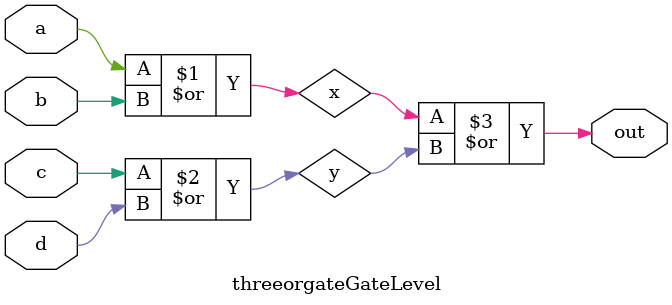
<source format=v>


module threeorgateGateLevel(out, a, b, c, d);
input a, b, c, d;
output out;
 wire x,y;
or or1(x, a,b);
or or2(y, c,d);
or orFinal(out, x,y);
endmodule



</source>
